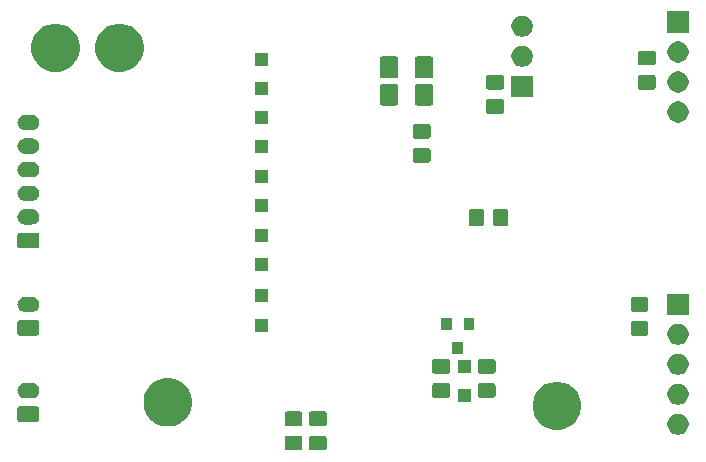
<source format=gbr>
G04 #@! TF.GenerationSoftware,KiCad,Pcbnew,5.1.5-52549c5~84~ubuntu18.04.1*
G04 #@! TF.CreationDate,2020-01-08T12:56:45+02:00*
G04 #@! TF.ProjectId,bq76920,62713736-3932-4302-9e6b-696361645f70,rev?*
G04 #@! TF.SameCoordinates,Original*
G04 #@! TF.FileFunction,Soldermask,Bot*
G04 #@! TF.FilePolarity,Negative*
%FSLAX46Y46*%
G04 Gerber Fmt 4.6, Leading zero omitted, Abs format (unit mm)*
G04 Created by KiCad (PCBNEW 5.1.5-52549c5~84~ubuntu18.04.1) date 2020-01-08 12:56:45*
%MOMM*%
%LPD*%
G04 APERTURE LIST*
%ADD10C,0.100000*%
G04 APERTURE END LIST*
D10*
G36*
X47288674Y-57828465D02*
G01*
X47326367Y-57839899D01*
X47361103Y-57858466D01*
X47391548Y-57883452D01*
X47416534Y-57913897D01*
X47435101Y-57948633D01*
X47446535Y-57986326D01*
X47451000Y-58031661D01*
X47451000Y-58868339D01*
X47446535Y-58913674D01*
X47435101Y-58951367D01*
X47416534Y-58986103D01*
X47391548Y-59016548D01*
X47361103Y-59041534D01*
X47326367Y-59060101D01*
X47288674Y-59071535D01*
X47243339Y-59076000D01*
X46156661Y-59076000D01*
X46111326Y-59071535D01*
X46073633Y-59060101D01*
X46038897Y-59041534D01*
X46008452Y-59016548D01*
X45983466Y-58986103D01*
X45964899Y-58951367D01*
X45953465Y-58913674D01*
X45949000Y-58868339D01*
X45949000Y-58031661D01*
X45953465Y-57986326D01*
X45964899Y-57948633D01*
X45983466Y-57913897D01*
X46008452Y-57883452D01*
X46038897Y-57858466D01*
X46073633Y-57839899D01*
X46111326Y-57828465D01*
X46156661Y-57824000D01*
X47243339Y-57824000D01*
X47288674Y-57828465D01*
G37*
G36*
X45238674Y-57828465D02*
G01*
X45276367Y-57839899D01*
X45311103Y-57858466D01*
X45341548Y-57883452D01*
X45366534Y-57913897D01*
X45385101Y-57948633D01*
X45396535Y-57986326D01*
X45401000Y-58031661D01*
X45401000Y-58868339D01*
X45396535Y-58913674D01*
X45385101Y-58951367D01*
X45366534Y-58986103D01*
X45341548Y-59016548D01*
X45311103Y-59041534D01*
X45276367Y-59060101D01*
X45238674Y-59071535D01*
X45193339Y-59076000D01*
X44106661Y-59076000D01*
X44061326Y-59071535D01*
X44023633Y-59060101D01*
X43988897Y-59041534D01*
X43958452Y-59016548D01*
X43933466Y-58986103D01*
X43914899Y-58951367D01*
X43903465Y-58913674D01*
X43899000Y-58868339D01*
X43899000Y-58031661D01*
X43903465Y-57986326D01*
X43914899Y-57948633D01*
X43933466Y-57913897D01*
X43958452Y-57883452D01*
X43988897Y-57858466D01*
X44023633Y-57839899D01*
X44061326Y-57828465D01*
X44106661Y-57824000D01*
X45193339Y-57824000D01*
X45238674Y-57828465D01*
G37*
G36*
X77313512Y-55963927D02*
G01*
X77462812Y-55993624D01*
X77626784Y-56061544D01*
X77774354Y-56160147D01*
X77899853Y-56285646D01*
X77998456Y-56433216D01*
X78066376Y-56597188D01*
X78101000Y-56771259D01*
X78101000Y-56948741D01*
X78066376Y-57122812D01*
X77998456Y-57286784D01*
X77899853Y-57434354D01*
X77774354Y-57559853D01*
X77626784Y-57658456D01*
X77462812Y-57726376D01*
X77313512Y-57756073D01*
X77288742Y-57761000D01*
X77111258Y-57761000D01*
X77086488Y-57756073D01*
X76937188Y-57726376D01*
X76773216Y-57658456D01*
X76625646Y-57559853D01*
X76500147Y-57434354D01*
X76401544Y-57286784D01*
X76333624Y-57122812D01*
X76299000Y-56948741D01*
X76299000Y-56771259D01*
X76333624Y-56597188D01*
X76401544Y-56433216D01*
X76500147Y-56285646D01*
X76625646Y-56160147D01*
X76773216Y-56061544D01*
X76937188Y-55993624D01*
X77086488Y-55963927D01*
X77111258Y-55959000D01*
X77288742Y-55959000D01*
X77313512Y-55963927D01*
G37*
G36*
X67548254Y-53327818D02*
G01*
X67921511Y-53482426D01*
X67921513Y-53482427D01*
X68257436Y-53706884D01*
X68543116Y-53992564D01*
X68702607Y-54231258D01*
X68767574Y-54328489D01*
X68922182Y-54701746D01*
X69001000Y-55097993D01*
X69001000Y-55502007D01*
X68922182Y-55898254D01*
X68882678Y-55993624D01*
X68767573Y-56271513D01*
X68543116Y-56607436D01*
X68257436Y-56893116D01*
X67921513Y-57117573D01*
X67921512Y-57117574D01*
X67921511Y-57117574D01*
X67548254Y-57272182D01*
X67152007Y-57351000D01*
X66747993Y-57351000D01*
X66351746Y-57272182D01*
X65978489Y-57117574D01*
X65978488Y-57117574D01*
X65978487Y-57117573D01*
X65642564Y-56893116D01*
X65356884Y-56607436D01*
X65132427Y-56271513D01*
X65017322Y-55993624D01*
X64977818Y-55898254D01*
X64899000Y-55502007D01*
X64899000Y-55097993D01*
X64977818Y-54701746D01*
X65132426Y-54328489D01*
X65197394Y-54231258D01*
X65356884Y-53992564D01*
X65642564Y-53706884D01*
X65978487Y-53482427D01*
X65978489Y-53482426D01*
X66351746Y-53327818D01*
X66747993Y-53249000D01*
X67152007Y-53249000D01*
X67548254Y-53327818D01*
G37*
G36*
X34598254Y-53027818D02*
G01*
X34971511Y-53182426D01*
X34971513Y-53182427D01*
X35307436Y-53406884D01*
X35593116Y-53692564D01*
X35798539Y-54000000D01*
X35817574Y-54028489D01*
X35972182Y-54401746D01*
X36051000Y-54797993D01*
X36051000Y-55202007D01*
X35972182Y-55598254D01*
X35847761Y-55898633D01*
X35817573Y-55971513D01*
X35593116Y-56307436D01*
X35307436Y-56593116D01*
X34971513Y-56817573D01*
X34971512Y-56817574D01*
X34971511Y-56817574D01*
X34598254Y-56972182D01*
X34202007Y-57051000D01*
X33797993Y-57051000D01*
X33401746Y-56972182D01*
X33028489Y-56817574D01*
X33028488Y-56817574D01*
X33028487Y-56817573D01*
X32692564Y-56593116D01*
X32406884Y-56307436D01*
X32182427Y-55971513D01*
X32152239Y-55898633D01*
X32027818Y-55598254D01*
X31949000Y-55202007D01*
X31949000Y-54797993D01*
X32027818Y-54401746D01*
X32182426Y-54028489D01*
X32201462Y-54000000D01*
X32406884Y-53692564D01*
X32692564Y-53406884D01*
X33028487Y-53182427D01*
X33028489Y-53182426D01*
X33401746Y-53027818D01*
X33797993Y-52949000D01*
X34202007Y-52949000D01*
X34598254Y-53027818D01*
G37*
G36*
X47288674Y-55778465D02*
G01*
X47326367Y-55789899D01*
X47361103Y-55808466D01*
X47391548Y-55833452D01*
X47416534Y-55863897D01*
X47435101Y-55898633D01*
X47446535Y-55936326D01*
X47451000Y-55981661D01*
X47451000Y-56818339D01*
X47446535Y-56863674D01*
X47435101Y-56901367D01*
X47416534Y-56936103D01*
X47391548Y-56966548D01*
X47361103Y-56991534D01*
X47326367Y-57010101D01*
X47288674Y-57021535D01*
X47243339Y-57026000D01*
X46156661Y-57026000D01*
X46111326Y-57021535D01*
X46073633Y-57010101D01*
X46038897Y-56991534D01*
X46008452Y-56966548D01*
X45983466Y-56936103D01*
X45964899Y-56901367D01*
X45953465Y-56863674D01*
X45949000Y-56818339D01*
X45949000Y-55981661D01*
X45953465Y-55936326D01*
X45964899Y-55898633D01*
X45983466Y-55863897D01*
X46008452Y-55833452D01*
X46038897Y-55808466D01*
X46073633Y-55789899D01*
X46111326Y-55778465D01*
X46156661Y-55774000D01*
X47243339Y-55774000D01*
X47288674Y-55778465D01*
G37*
G36*
X45238674Y-55778465D02*
G01*
X45276367Y-55789899D01*
X45311103Y-55808466D01*
X45341548Y-55833452D01*
X45366534Y-55863897D01*
X45385101Y-55898633D01*
X45396535Y-55936326D01*
X45401000Y-55981661D01*
X45401000Y-56818339D01*
X45396535Y-56863674D01*
X45385101Y-56901367D01*
X45366534Y-56936103D01*
X45341548Y-56966548D01*
X45311103Y-56991534D01*
X45276367Y-57010101D01*
X45238674Y-57021535D01*
X45193339Y-57026000D01*
X44106661Y-57026000D01*
X44061326Y-57021535D01*
X44023633Y-57010101D01*
X43988897Y-56991534D01*
X43958452Y-56966548D01*
X43933466Y-56936103D01*
X43914899Y-56901367D01*
X43903465Y-56863674D01*
X43899000Y-56818339D01*
X43899000Y-55981661D01*
X43903465Y-55936326D01*
X43914899Y-55898633D01*
X43933466Y-55863897D01*
X43958452Y-55833452D01*
X43988897Y-55808466D01*
X44023633Y-55789899D01*
X44061326Y-55778465D01*
X44106661Y-55774000D01*
X45193339Y-55774000D01*
X45238674Y-55778465D01*
G37*
G36*
X22966242Y-55353404D02*
G01*
X23003337Y-55364657D01*
X23037515Y-55382925D01*
X23067481Y-55407519D01*
X23092075Y-55437485D01*
X23110343Y-55471663D01*
X23121596Y-55508758D01*
X23126000Y-55553474D01*
X23126000Y-56446526D01*
X23121596Y-56491242D01*
X23110343Y-56528337D01*
X23092075Y-56562515D01*
X23067481Y-56592481D01*
X23037515Y-56617075D01*
X23003337Y-56635343D01*
X22966242Y-56646596D01*
X22921526Y-56651000D01*
X21478474Y-56651000D01*
X21433758Y-56646596D01*
X21396663Y-56635343D01*
X21362485Y-56617075D01*
X21332519Y-56592481D01*
X21307925Y-56562515D01*
X21289657Y-56528337D01*
X21278404Y-56491242D01*
X21274000Y-56446526D01*
X21274000Y-55553474D01*
X21278404Y-55508758D01*
X21289657Y-55471663D01*
X21307925Y-55437485D01*
X21332519Y-55407519D01*
X21362485Y-55382925D01*
X21396663Y-55364657D01*
X21433758Y-55353404D01*
X21478474Y-55349000D01*
X22921526Y-55349000D01*
X22966242Y-55353404D01*
G37*
G36*
X77313512Y-53423927D02*
G01*
X77462812Y-53453624D01*
X77626784Y-53521544D01*
X77774354Y-53620147D01*
X77899853Y-53745646D01*
X77998456Y-53893216D01*
X78066376Y-54057188D01*
X78101000Y-54231259D01*
X78101000Y-54408741D01*
X78066376Y-54582812D01*
X77998456Y-54746784D01*
X77899853Y-54894354D01*
X77774354Y-55019853D01*
X77626784Y-55118456D01*
X77462812Y-55186376D01*
X77313512Y-55216073D01*
X77288742Y-55221000D01*
X77111258Y-55221000D01*
X77086488Y-55216073D01*
X76937188Y-55186376D01*
X76773216Y-55118456D01*
X76625646Y-55019853D01*
X76500147Y-54894354D01*
X76401544Y-54746784D01*
X76333624Y-54582812D01*
X76299000Y-54408741D01*
X76299000Y-54231259D01*
X76333624Y-54057188D01*
X76401544Y-53893216D01*
X76500147Y-53745646D01*
X76625646Y-53620147D01*
X76773216Y-53521544D01*
X76937188Y-53453624D01*
X77086488Y-53423927D01*
X77111258Y-53419000D01*
X77288742Y-53419000D01*
X77313512Y-53423927D01*
G37*
G36*
X59651000Y-55001000D02*
G01*
X58549000Y-55001000D01*
X58549000Y-53899000D01*
X59651000Y-53899000D01*
X59651000Y-55001000D01*
G37*
G36*
X22538855Y-53352140D02*
G01*
X22602618Y-53358420D01*
X22668697Y-53378465D01*
X22725336Y-53395646D01*
X22838425Y-53456094D01*
X22937554Y-53537446D01*
X23018906Y-53636575D01*
X23079354Y-53749664D01*
X23079355Y-53749668D01*
X23116580Y-53872382D01*
X23129149Y-54000000D01*
X23116580Y-54127618D01*
X23089040Y-54218404D01*
X23079354Y-54250336D01*
X23018906Y-54363425D01*
X22937554Y-54462554D01*
X22838425Y-54543906D01*
X22725336Y-54604354D01*
X22706390Y-54610101D01*
X22602618Y-54641580D01*
X22538855Y-54647860D01*
X22506974Y-54651000D01*
X21893026Y-54651000D01*
X21861145Y-54647860D01*
X21797382Y-54641580D01*
X21693610Y-54610101D01*
X21674664Y-54604354D01*
X21561575Y-54543906D01*
X21462446Y-54462554D01*
X21381094Y-54363425D01*
X21320646Y-54250336D01*
X21310960Y-54218404D01*
X21283420Y-54127618D01*
X21270851Y-54000000D01*
X21283420Y-53872382D01*
X21320645Y-53749668D01*
X21320646Y-53749664D01*
X21381094Y-53636575D01*
X21462446Y-53537446D01*
X21561575Y-53456094D01*
X21674664Y-53395646D01*
X21731303Y-53378465D01*
X21797382Y-53358420D01*
X21861145Y-53352140D01*
X21893026Y-53349000D01*
X22506974Y-53349000D01*
X22538855Y-53352140D01*
G37*
G36*
X61588674Y-53378465D02*
G01*
X61626367Y-53389899D01*
X61661103Y-53408466D01*
X61691548Y-53433452D01*
X61716534Y-53463897D01*
X61735101Y-53498633D01*
X61746535Y-53536326D01*
X61751000Y-53581661D01*
X61751000Y-54418339D01*
X61746535Y-54463674D01*
X61735101Y-54501367D01*
X61716534Y-54536103D01*
X61691548Y-54566548D01*
X61661103Y-54591534D01*
X61626367Y-54610101D01*
X61588674Y-54621535D01*
X61543339Y-54626000D01*
X60456661Y-54626000D01*
X60411326Y-54621535D01*
X60373633Y-54610101D01*
X60338897Y-54591534D01*
X60308452Y-54566548D01*
X60283466Y-54536103D01*
X60264899Y-54501367D01*
X60253465Y-54463674D01*
X60249000Y-54418339D01*
X60249000Y-53581661D01*
X60253465Y-53536326D01*
X60264899Y-53498633D01*
X60283466Y-53463897D01*
X60308452Y-53433452D01*
X60338897Y-53408466D01*
X60373633Y-53389899D01*
X60411326Y-53378465D01*
X60456661Y-53374000D01*
X61543339Y-53374000D01*
X61588674Y-53378465D01*
G37*
G36*
X57738674Y-53378465D02*
G01*
X57776367Y-53389899D01*
X57811103Y-53408466D01*
X57841548Y-53433452D01*
X57866534Y-53463897D01*
X57885101Y-53498633D01*
X57896535Y-53536326D01*
X57901000Y-53581661D01*
X57901000Y-54418339D01*
X57896535Y-54463674D01*
X57885101Y-54501367D01*
X57866534Y-54536103D01*
X57841548Y-54566548D01*
X57811103Y-54591534D01*
X57776367Y-54610101D01*
X57738674Y-54621535D01*
X57693339Y-54626000D01*
X56606661Y-54626000D01*
X56561326Y-54621535D01*
X56523633Y-54610101D01*
X56488897Y-54591534D01*
X56458452Y-54566548D01*
X56433466Y-54536103D01*
X56414899Y-54501367D01*
X56403465Y-54463674D01*
X56399000Y-54418339D01*
X56399000Y-53581661D01*
X56403465Y-53536326D01*
X56414899Y-53498633D01*
X56433466Y-53463897D01*
X56458452Y-53433452D01*
X56488897Y-53408466D01*
X56523633Y-53389899D01*
X56561326Y-53378465D01*
X56606661Y-53374000D01*
X57693339Y-53374000D01*
X57738674Y-53378465D01*
G37*
G36*
X77313512Y-50883927D02*
G01*
X77462812Y-50913624D01*
X77626784Y-50981544D01*
X77774354Y-51080147D01*
X77899853Y-51205646D01*
X77998456Y-51353216D01*
X78066376Y-51517188D01*
X78101000Y-51691259D01*
X78101000Y-51868741D01*
X78066376Y-52042812D01*
X77998456Y-52206784D01*
X77899853Y-52354354D01*
X77774354Y-52479853D01*
X77626784Y-52578456D01*
X77462812Y-52646376D01*
X77313512Y-52676073D01*
X77288742Y-52681000D01*
X77111258Y-52681000D01*
X77086488Y-52676073D01*
X76937188Y-52646376D01*
X76773216Y-52578456D01*
X76625646Y-52479853D01*
X76500147Y-52354354D01*
X76401544Y-52206784D01*
X76333624Y-52042812D01*
X76299000Y-51868741D01*
X76299000Y-51691259D01*
X76333624Y-51517188D01*
X76401544Y-51353216D01*
X76500147Y-51205646D01*
X76625646Y-51080147D01*
X76773216Y-50981544D01*
X76937188Y-50913624D01*
X77086488Y-50883927D01*
X77111258Y-50879000D01*
X77288742Y-50879000D01*
X77313512Y-50883927D01*
G37*
G36*
X61588674Y-51328465D02*
G01*
X61626367Y-51339899D01*
X61661103Y-51358466D01*
X61691548Y-51383452D01*
X61716534Y-51413897D01*
X61735101Y-51448633D01*
X61746535Y-51486326D01*
X61751000Y-51531661D01*
X61751000Y-52368339D01*
X61746535Y-52413674D01*
X61735101Y-52451367D01*
X61716534Y-52486103D01*
X61691548Y-52516548D01*
X61661103Y-52541534D01*
X61626367Y-52560101D01*
X61588674Y-52571535D01*
X61543339Y-52576000D01*
X60456661Y-52576000D01*
X60411326Y-52571535D01*
X60373633Y-52560101D01*
X60338897Y-52541534D01*
X60308452Y-52516548D01*
X60283466Y-52486103D01*
X60264899Y-52451367D01*
X60253465Y-52413674D01*
X60249000Y-52368339D01*
X60249000Y-51531661D01*
X60253465Y-51486326D01*
X60264899Y-51448633D01*
X60283466Y-51413897D01*
X60308452Y-51383452D01*
X60338897Y-51358466D01*
X60373633Y-51339899D01*
X60411326Y-51328465D01*
X60456661Y-51324000D01*
X61543339Y-51324000D01*
X61588674Y-51328465D01*
G37*
G36*
X57738674Y-51328465D02*
G01*
X57776367Y-51339899D01*
X57811103Y-51358466D01*
X57841548Y-51383452D01*
X57866534Y-51413897D01*
X57885101Y-51448633D01*
X57896535Y-51486326D01*
X57901000Y-51531661D01*
X57901000Y-52368339D01*
X57896535Y-52413674D01*
X57885101Y-52451367D01*
X57866534Y-52486103D01*
X57841548Y-52516548D01*
X57811103Y-52541534D01*
X57776367Y-52560101D01*
X57738674Y-52571535D01*
X57693339Y-52576000D01*
X56606661Y-52576000D01*
X56561326Y-52571535D01*
X56523633Y-52560101D01*
X56488897Y-52541534D01*
X56458452Y-52516548D01*
X56433466Y-52486103D01*
X56414899Y-52451367D01*
X56403465Y-52413674D01*
X56399000Y-52368339D01*
X56399000Y-51531661D01*
X56403465Y-51486326D01*
X56414899Y-51448633D01*
X56433466Y-51413897D01*
X56458452Y-51383452D01*
X56488897Y-51358466D01*
X56523633Y-51339899D01*
X56561326Y-51328465D01*
X56606661Y-51324000D01*
X57693339Y-51324000D01*
X57738674Y-51328465D01*
G37*
G36*
X59651000Y-52501000D02*
G01*
X58549000Y-52501000D01*
X58549000Y-51399000D01*
X59651000Y-51399000D01*
X59651000Y-52501000D01*
G37*
G36*
X59001000Y-50901000D02*
G01*
X58099000Y-50901000D01*
X58099000Y-49899000D01*
X59001000Y-49899000D01*
X59001000Y-50901000D01*
G37*
G36*
X77309228Y-48343075D02*
G01*
X77462812Y-48373624D01*
X77626784Y-48441544D01*
X77774354Y-48540147D01*
X77899853Y-48665646D01*
X77998456Y-48813216D01*
X78066376Y-48977188D01*
X78101000Y-49151259D01*
X78101000Y-49328741D01*
X78066376Y-49502812D01*
X77998456Y-49666784D01*
X77899853Y-49814354D01*
X77774354Y-49939853D01*
X77626784Y-50038456D01*
X77462812Y-50106376D01*
X77313512Y-50136073D01*
X77288742Y-50141000D01*
X77111258Y-50141000D01*
X77086488Y-50136073D01*
X76937188Y-50106376D01*
X76773216Y-50038456D01*
X76625646Y-49939853D01*
X76500147Y-49814354D01*
X76401544Y-49666784D01*
X76333624Y-49502812D01*
X76299000Y-49328741D01*
X76299000Y-49151259D01*
X76333624Y-48977188D01*
X76401544Y-48813216D01*
X76500147Y-48665646D01*
X76625646Y-48540147D01*
X76773216Y-48441544D01*
X76937188Y-48373624D01*
X77090772Y-48343075D01*
X77111258Y-48339000D01*
X77288742Y-48339000D01*
X77309228Y-48343075D01*
G37*
G36*
X74538674Y-48128465D02*
G01*
X74576367Y-48139899D01*
X74611103Y-48158466D01*
X74641548Y-48183452D01*
X74666534Y-48213897D01*
X74685101Y-48248633D01*
X74696535Y-48286326D01*
X74701000Y-48331661D01*
X74701000Y-49168339D01*
X74696535Y-49213674D01*
X74685101Y-49251367D01*
X74666534Y-49286103D01*
X74641548Y-49316548D01*
X74611103Y-49341534D01*
X74576367Y-49360101D01*
X74538674Y-49371535D01*
X74493339Y-49376000D01*
X73406661Y-49376000D01*
X73361326Y-49371535D01*
X73323633Y-49360101D01*
X73288897Y-49341534D01*
X73258452Y-49316548D01*
X73233466Y-49286103D01*
X73214899Y-49251367D01*
X73203465Y-49213674D01*
X73199000Y-49168339D01*
X73199000Y-48331661D01*
X73203465Y-48286326D01*
X73214899Y-48248633D01*
X73233466Y-48213897D01*
X73258452Y-48183452D01*
X73288897Y-48158466D01*
X73323633Y-48139899D01*
X73361326Y-48128465D01*
X73406661Y-48124000D01*
X74493339Y-48124000D01*
X74538674Y-48128465D01*
G37*
G36*
X22966242Y-48053404D02*
G01*
X23003337Y-48064657D01*
X23037515Y-48082925D01*
X23067481Y-48107519D01*
X23092075Y-48137485D01*
X23110343Y-48171663D01*
X23121596Y-48208758D01*
X23126000Y-48253474D01*
X23126000Y-49146526D01*
X23121596Y-49191242D01*
X23110343Y-49228337D01*
X23092075Y-49262515D01*
X23067481Y-49292481D01*
X23037515Y-49317075D01*
X23003337Y-49335343D01*
X22966242Y-49346596D01*
X22921526Y-49351000D01*
X21478474Y-49351000D01*
X21433758Y-49346596D01*
X21396663Y-49335343D01*
X21362485Y-49317075D01*
X21332519Y-49292481D01*
X21307925Y-49262515D01*
X21289657Y-49228337D01*
X21278404Y-49191242D01*
X21274000Y-49146526D01*
X21274000Y-48253474D01*
X21278404Y-48208758D01*
X21289657Y-48171663D01*
X21307925Y-48137485D01*
X21332519Y-48107519D01*
X21362485Y-48082925D01*
X21396663Y-48064657D01*
X21433758Y-48053404D01*
X21478474Y-48049000D01*
X22921526Y-48049000D01*
X22966242Y-48053404D01*
G37*
G36*
X42451000Y-49051000D02*
G01*
X41349000Y-49051000D01*
X41349000Y-47949000D01*
X42451000Y-47949000D01*
X42451000Y-49051000D01*
G37*
G36*
X58051000Y-48901000D02*
G01*
X57149000Y-48901000D01*
X57149000Y-47899000D01*
X58051000Y-47899000D01*
X58051000Y-48901000D01*
G37*
G36*
X59951000Y-48901000D02*
G01*
X59049000Y-48901000D01*
X59049000Y-47899000D01*
X59951000Y-47899000D01*
X59951000Y-48901000D01*
G37*
G36*
X78101000Y-47601000D02*
G01*
X76299000Y-47601000D01*
X76299000Y-45799000D01*
X78101000Y-45799000D01*
X78101000Y-47601000D01*
G37*
G36*
X22538855Y-46052140D02*
G01*
X22602618Y-46058420D01*
X22668697Y-46078465D01*
X22725336Y-46095646D01*
X22838425Y-46156094D01*
X22937554Y-46237446D01*
X23018906Y-46336575D01*
X23079354Y-46449664D01*
X23079355Y-46449668D01*
X23116580Y-46572382D01*
X23129149Y-46700000D01*
X23116580Y-46827618D01*
X23089040Y-46918404D01*
X23079354Y-46950336D01*
X23018906Y-47063425D01*
X22937554Y-47162554D01*
X22838425Y-47243906D01*
X22725336Y-47304354D01*
X22706390Y-47310101D01*
X22602618Y-47341580D01*
X22538855Y-47347860D01*
X22506974Y-47351000D01*
X21893026Y-47351000D01*
X21861145Y-47347860D01*
X21797382Y-47341580D01*
X21693610Y-47310101D01*
X21674664Y-47304354D01*
X21561575Y-47243906D01*
X21462446Y-47162554D01*
X21381094Y-47063425D01*
X21320646Y-46950336D01*
X21310960Y-46918404D01*
X21283420Y-46827618D01*
X21270851Y-46700000D01*
X21283420Y-46572382D01*
X21320645Y-46449668D01*
X21320646Y-46449664D01*
X21381094Y-46336575D01*
X21462446Y-46237446D01*
X21561575Y-46156094D01*
X21674664Y-46095646D01*
X21731303Y-46078465D01*
X21797382Y-46058420D01*
X21861145Y-46052140D01*
X21893026Y-46049000D01*
X22506974Y-46049000D01*
X22538855Y-46052140D01*
G37*
G36*
X74538674Y-46078465D02*
G01*
X74576367Y-46089899D01*
X74611103Y-46108466D01*
X74641548Y-46133452D01*
X74666534Y-46163897D01*
X74685101Y-46198633D01*
X74696535Y-46236326D01*
X74701000Y-46281661D01*
X74701000Y-47118339D01*
X74696535Y-47163674D01*
X74685101Y-47201367D01*
X74666534Y-47236103D01*
X74641548Y-47266548D01*
X74611103Y-47291534D01*
X74576367Y-47310101D01*
X74538674Y-47321535D01*
X74493339Y-47326000D01*
X73406661Y-47326000D01*
X73361326Y-47321535D01*
X73323633Y-47310101D01*
X73288897Y-47291534D01*
X73258452Y-47266548D01*
X73233466Y-47236103D01*
X73214899Y-47201367D01*
X73203465Y-47163674D01*
X73199000Y-47118339D01*
X73199000Y-46281661D01*
X73203465Y-46236326D01*
X73214899Y-46198633D01*
X73233466Y-46163897D01*
X73258452Y-46133452D01*
X73288897Y-46108466D01*
X73323633Y-46089899D01*
X73361326Y-46078465D01*
X73406661Y-46074000D01*
X74493339Y-46074000D01*
X74538674Y-46078465D01*
G37*
G36*
X42451000Y-46551000D02*
G01*
X41349000Y-46551000D01*
X41349000Y-45449000D01*
X42451000Y-45449000D01*
X42451000Y-46551000D01*
G37*
G36*
X42451000Y-43901000D02*
G01*
X41349000Y-43901000D01*
X41349000Y-42799000D01*
X42451000Y-42799000D01*
X42451000Y-43901000D01*
G37*
G36*
X22966242Y-40653404D02*
G01*
X23003337Y-40664657D01*
X23037515Y-40682925D01*
X23067481Y-40707519D01*
X23092075Y-40737485D01*
X23110343Y-40771663D01*
X23121596Y-40808758D01*
X23126000Y-40853474D01*
X23126000Y-41746526D01*
X23121596Y-41791242D01*
X23110343Y-41828337D01*
X23092075Y-41862515D01*
X23067481Y-41892481D01*
X23037515Y-41917075D01*
X23003337Y-41935343D01*
X22966242Y-41946596D01*
X22921526Y-41951000D01*
X21478474Y-41951000D01*
X21433758Y-41946596D01*
X21396663Y-41935343D01*
X21362485Y-41917075D01*
X21332519Y-41892481D01*
X21307925Y-41862515D01*
X21289657Y-41828337D01*
X21278404Y-41791242D01*
X21274000Y-41746526D01*
X21274000Y-40853474D01*
X21278404Y-40808758D01*
X21289657Y-40771663D01*
X21307925Y-40737485D01*
X21332519Y-40707519D01*
X21362485Y-40682925D01*
X21396663Y-40664657D01*
X21433758Y-40653404D01*
X21478474Y-40649000D01*
X22921526Y-40649000D01*
X22966242Y-40653404D01*
G37*
G36*
X42451000Y-41401000D02*
G01*
X41349000Y-41401000D01*
X41349000Y-40299000D01*
X42451000Y-40299000D01*
X42451000Y-41401000D01*
G37*
G36*
X62638674Y-38603465D02*
G01*
X62676367Y-38614899D01*
X62711103Y-38633466D01*
X62741548Y-38658452D01*
X62766534Y-38688897D01*
X62785101Y-38723633D01*
X62796535Y-38761326D01*
X62801000Y-38806661D01*
X62801000Y-39893339D01*
X62796535Y-39938674D01*
X62785101Y-39976367D01*
X62766534Y-40011103D01*
X62741548Y-40041548D01*
X62711103Y-40066534D01*
X62676367Y-40085101D01*
X62638674Y-40096535D01*
X62593339Y-40101000D01*
X61756661Y-40101000D01*
X61711326Y-40096535D01*
X61673633Y-40085101D01*
X61638897Y-40066534D01*
X61608452Y-40041548D01*
X61583466Y-40011103D01*
X61564899Y-39976367D01*
X61553465Y-39938674D01*
X61549000Y-39893339D01*
X61549000Y-38806661D01*
X61553465Y-38761326D01*
X61564899Y-38723633D01*
X61583466Y-38688897D01*
X61608452Y-38658452D01*
X61638897Y-38633466D01*
X61673633Y-38614899D01*
X61711326Y-38603465D01*
X61756661Y-38599000D01*
X62593339Y-38599000D01*
X62638674Y-38603465D01*
G37*
G36*
X60588674Y-38603465D02*
G01*
X60626367Y-38614899D01*
X60661103Y-38633466D01*
X60691548Y-38658452D01*
X60716534Y-38688897D01*
X60735101Y-38723633D01*
X60746535Y-38761326D01*
X60751000Y-38806661D01*
X60751000Y-39893339D01*
X60746535Y-39938674D01*
X60735101Y-39976367D01*
X60716534Y-40011103D01*
X60691548Y-40041548D01*
X60661103Y-40066534D01*
X60626367Y-40085101D01*
X60588674Y-40096535D01*
X60543339Y-40101000D01*
X59706661Y-40101000D01*
X59661326Y-40096535D01*
X59623633Y-40085101D01*
X59588897Y-40066534D01*
X59558452Y-40041548D01*
X59533466Y-40011103D01*
X59514899Y-39976367D01*
X59503465Y-39938674D01*
X59499000Y-39893339D01*
X59499000Y-38806661D01*
X59503465Y-38761326D01*
X59514899Y-38723633D01*
X59533466Y-38688897D01*
X59558452Y-38658452D01*
X59588897Y-38633466D01*
X59623633Y-38614899D01*
X59661326Y-38603465D01*
X59706661Y-38599000D01*
X60543339Y-38599000D01*
X60588674Y-38603465D01*
G37*
G36*
X22538855Y-38652140D02*
G01*
X22602618Y-38658420D01*
X22669531Y-38678718D01*
X22725336Y-38695646D01*
X22838425Y-38756094D01*
X22937554Y-38837446D01*
X23018906Y-38936575D01*
X23079354Y-39049664D01*
X23079355Y-39049668D01*
X23116580Y-39172382D01*
X23129149Y-39300000D01*
X23116580Y-39427618D01*
X23089040Y-39518404D01*
X23079354Y-39550336D01*
X23018906Y-39663425D01*
X22937554Y-39762554D01*
X22838425Y-39843906D01*
X22725336Y-39904354D01*
X22693404Y-39914040D01*
X22602618Y-39941580D01*
X22538855Y-39947860D01*
X22506974Y-39951000D01*
X21893026Y-39951000D01*
X21861145Y-39947860D01*
X21797382Y-39941580D01*
X21706596Y-39914040D01*
X21674664Y-39904354D01*
X21561575Y-39843906D01*
X21462446Y-39762554D01*
X21381094Y-39663425D01*
X21320646Y-39550336D01*
X21310960Y-39518404D01*
X21283420Y-39427618D01*
X21270851Y-39300000D01*
X21283420Y-39172382D01*
X21320645Y-39049668D01*
X21320646Y-39049664D01*
X21381094Y-38936575D01*
X21462446Y-38837446D01*
X21561575Y-38756094D01*
X21674664Y-38695646D01*
X21730469Y-38678718D01*
X21797382Y-38658420D01*
X21861145Y-38652140D01*
X21893026Y-38649000D01*
X22506974Y-38649000D01*
X22538855Y-38652140D01*
G37*
G36*
X42451000Y-38901000D02*
G01*
X41349000Y-38901000D01*
X41349000Y-37799000D01*
X42451000Y-37799000D01*
X42451000Y-38901000D01*
G37*
G36*
X22538855Y-36652140D02*
G01*
X22602618Y-36658420D01*
X22693404Y-36685960D01*
X22725336Y-36695646D01*
X22838425Y-36756094D01*
X22937554Y-36837446D01*
X23018906Y-36936575D01*
X23079354Y-37049664D01*
X23079355Y-37049668D01*
X23116580Y-37172382D01*
X23129149Y-37300000D01*
X23116580Y-37427618D01*
X23089040Y-37518404D01*
X23079354Y-37550336D01*
X23018906Y-37663425D01*
X22937554Y-37762554D01*
X22838425Y-37843906D01*
X22725336Y-37904354D01*
X22693404Y-37914040D01*
X22602618Y-37941580D01*
X22538855Y-37947860D01*
X22506974Y-37951000D01*
X21893026Y-37951000D01*
X21861145Y-37947860D01*
X21797382Y-37941580D01*
X21706596Y-37914040D01*
X21674664Y-37904354D01*
X21561575Y-37843906D01*
X21462446Y-37762554D01*
X21381094Y-37663425D01*
X21320646Y-37550336D01*
X21310960Y-37518404D01*
X21283420Y-37427618D01*
X21270851Y-37300000D01*
X21283420Y-37172382D01*
X21320645Y-37049668D01*
X21320646Y-37049664D01*
X21381094Y-36936575D01*
X21462446Y-36837446D01*
X21561575Y-36756094D01*
X21674664Y-36695646D01*
X21706596Y-36685960D01*
X21797382Y-36658420D01*
X21861145Y-36652140D01*
X21893026Y-36649000D01*
X22506974Y-36649000D01*
X22538855Y-36652140D01*
G37*
G36*
X42451000Y-36401000D02*
G01*
X41349000Y-36401000D01*
X41349000Y-35299000D01*
X42451000Y-35299000D01*
X42451000Y-36401000D01*
G37*
G36*
X22538855Y-34652140D02*
G01*
X22602618Y-34658420D01*
X22674189Y-34680131D01*
X22725336Y-34695646D01*
X22838425Y-34756094D01*
X22937554Y-34837446D01*
X23018906Y-34936575D01*
X23079354Y-35049664D01*
X23079355Y-35049668D01*
X23116580Y-35172382D01*
X23129149Y-35300000D01*
X23116580Y-35427618D01*
X23089040Y-35518404D01*
X23079354Y-35550336D01*
X23018906Y-35663425D01*
X22937554Y-35762554D01*
X22838425Y-35843906D01*
X22725336Y-35904354D01*
X22693404Y-35914040D01*
X22602618Y-35941580D01*
X22538855Y-35947860D01*
X22506974Y-35951000D01*
X21893026Y-35951000D01*
X21861145Y-35947860D01*
X21797382Y-35941580D01*
X21706596Y-35914040D01*
X21674664Y-35904354D01*
X21561575Y-35843906D01*
X21462446Y-35762554D01*
X21381094Y-35663425D01*
X21320646Y-35550336D01*
X21310960Y-35518404D01*
X21283420Y-35427618D01*
X21270851Y-35300000D01*
X21283420Y-35172382D01*
X21320645Y-35049668D01*
X21320646Y-35049664D01*
X21381094Y-34936575D01*
X21462446Y-34837446D01*
X21561575Y-34756094D01*
X21674664Y-34695646D01*
X21725811Y-34680131D01*
X21797382Y-34658420D01*
X21861145Y-34652140D01*
X21893026Y-34649000D01*
X22506974Y-34649000D01*
X22538855Y-34652140D01*
G37*
G36*
X56088674Y-33478465D02*
G01*
X56126367Y-33489899D01*
X56161103Y-33508466D01*
X56191548Y-33533452D01*
X56216534Y-33563897D01*
X56235101Y-33598633D01*
X56246535Y-33636326D01*
X56251000Y-33681661D01*
X56251000Y-34518339D01*
X56246535Y-34563674D01*
X56235101Y-34601367D01*
X56216534Y-34636103D01*
X56191548Y-34666548D01*
X56161103Y-34691534D01*
X56126367Y-34710101D01*
X56088674Y-34721535D01*
X56043339Y-34726000D01*
X54956661Y-34726000D01*
X54911326Y-34721535D01*
X54873633Y-34710101D01*
X54838897Y-34691534D01*
X54808452Y-34666548D01*
X54783466Y-34636103D01*
X54764899Y-34601367D01*
X54753465Y-34563674D01*
X54749000Y-34518339D01*
X54749000Y-33681661D01*
X54753465Y-33636326D01*
X54764899Y-33598633D01*
X54783466Y-33563897D01*
X54808452Y-33533452D01*
X54838897Y-33508466D01*
X54873633Y-33489899D01*
X54911326Y-33478465D01*
X54956661Y-33474000D01*
X56043339Y-33474000D01*
X56088674Y-33478465D01*
G37*
G36*
X22538855Y-32652140D02*
G01*
X22602618Y-32658420D01*
X22660571Y-32676000D01*
X22725336Y-32695646D01*
X22838425Y-32756094D01*
X22937554Y-32837446D01*
X23018906Y-32936575D01*
X23079354Y-33049664D01*
X23079355Y-33049668D01*
X23116580Y-33172382D01*
X23129149Y-33300000D01*
X23116580Y-33427618D01*
X23097687Y-33489899D01*
X23079354Y-33550336D01*
X23018906Y-33663425D01*
X22937554Y-33762554D01*
X22838425Y-33843906D01*
X22725336Y-33904354D01*
X22693404Y-33914040D01*
X22602618Y-33941580D01*
X22538855Y-33947860D01*
X22506974Y-33951000D01*
X21893026Y-33951000D01*
X21861145Y-33947860D01*
X21797382Y-33941580D01*
X21706596Y-33914040D01*
X21674664Y-33904354D01*
X21561575Y-33843906D01*
X21462446Y-33762554D01*
X21381094Y-33663425D01*
X21320646Y-33550336D01*
X21302313Y-33489899D01*
X21283420Y-33427618D01*
X21270851Y-33300000D01*
X21283420Y-33172382D01*
X21320645Y-33049668D01*
X21320646Y-33049664D01*
X21381094Y-32936575D01*
X21462446Y-32837446D01*
X21561575Y-32756094D01*
X21674664Y-32695646D01*
X21739429Y-32676000D01*
X21797382Y-32658420D01*
X21861145Y-32652140D01*
X21893026Y-32649000D01*
X22506974Y-32649000D01*
X22538855Y-32652140D01*
G37*
G36*
X42451000Y-33901000D02*
G01*
X41349000Y-33901000D01*
X41349000Y-32799000D01*
X42451000Y-32799000D01*
X42451000Y-33901000D01*
G37*
G36*
X56088674Y-31428465D02*
G01*
X56126367Y-31439899D01*
X56161103Y-31458466D01*
X56191548Y-31483452D01*
X56216534Y-31513897D01*
X56235101Y-31548633D01*
X56246535Y-31586326D01*
X56251000Y-31631661D01*
X56251000Y-32468339D01*
X56246535Y-32513674D01*
X56235101Y-32551367D01*
X56216534Y-32586103D01*
X56191548Y-32616548D01*
X56161103Y-32641534D01*
X56126367Y-32660101D01*
X56088674Y-32671535D01*
X56043339Y-32676000D01*
X54956661Y-32676000D01*
X54911326Y-32671535D01*
X54873633Y-32660101D01*
X54838897Y-32641534D01*
X54808452Y-32616548D01*
X54783466Y-32586103D01*
X54764899Y-32551367D01*
X54753465Y-32513674D01*
X54749000Y-32468339D01*
X54749000Y-31631661D01*
X54753465Y-31586326D01*
X54764899Y-31548633D01*
X54783466Y-31513897D01*
X54808452Y-31483452D01*
X54838897Y-31458466D01*
X54873633Y-31439899D01*
X54911326Y-31428465D01*
X54956661Y-31424000D01*
X56043339Y-31424000D01*
X56088674Y-31428465D01*
G37*
G36*
X22538855Y-30652140D02*
G01*
X22602618Y-30658420D01*
X22683024Y-30682811D01*
X22725336Y-30695646D01*
X22838425Y-30756094D01*
X22937554Y-30837446D01*
X23018906Y-30936575D01*
X23079354Y-31049664D01*
X23079355Y-31049668D01*
X23116580Y-31172382D01*
X23129149Y-31300000D01*
X23116580Y-31427618D01*
X23107222Y-31458466D01*
X23079354Y-31550336D01*
X23018906Y-31663425D01*
X22937554Y-31762554D01*
X22838425Y-31843906D01*
X22725336Y-31904354D01*
X22693404Y-31914040D01*
X22602618Y-31941580D01*
X22538855Y-31947860D01*
X22506974Y-31951000D01*
X21893026Y-31951000D01*
X21861145Y-31947860D01*
X21797382Y-31941580D01*
X21706596Y-31914040D01*
X21674664Y-31904354D01*
X21561575Y-31843906D01*
X21462446Y-31762554D01*
X21381094Y-31663425D01*
X21320646Y-31550336D01*
X21292778Y-31458466D01*
X21283420Y-31427618D01*
X21270851Y-31300000D01*
X21283420Y-31172382D01*
X21320645Y-31049668D01*
X21320646Y-31049664D01*
X21381094Y-30936575D01*
X21462446Y-30837446D01*
X21561575Y-30756094D01*
X21674664Y-30695646D01*
X21716976Y-30682811D01*
X21797382Y-30658420D01*
X21861145Y-30652140D01*
X21893026Y-30649000D01*
X22506974Y-30649000D01*
X22538855Y-30652140D01*
G37*
G36*
X42451000Y-31401000D02*
G01*
X41349000Y-31401000D01*
X41349000Y-30299000D01*
X42451000Y-30299000D01*
X42451000Y-31401000D01*
G37*
G36*
X77313512Y-29523927D02*
G01*
X77462812Y-29553624D01*
X77626784Y-29621544D01*
X77774354Y-29720147D01*
X77899853Y-29845646D01*
X77998456Y-29993216D01*
X78066376Y-30157188D01*
X78101000Y-30331259D01*
X78101000Y-30508741D01*
X78066376Y-30682812D01*
X77998456Y-30846784D01*
X77899853Y-30994354D01*
X77774354Y-31119853D01*
X77626784Y-31218456D01*
X77462812Y-31286376D01*
X77313512Y-31316073D01*
X77288742Y-31321000D01*
X77111258Y-31321000D01*
X77086488Y-31316073D01*
X76937188Y-31286376D01*
X76773216Y-31218456D01*
X76625646Y-31119853D01*
X76500147Y-30994354D01*
X76401544Y-30846784D01*
X76333624Y-30682812D01*
X76299000Y-30508741D01*
X76299000Y-30331259D01*
X76333624Y-30157188D01*
X76401544Y-29993216D01*
X76500147Y-29845646D01*
X76625646Y-29720147D01*
X76773216Y-29621544D01*
X76937188Y-29553624D01*
X77086488Y-29523927D01*
X77111258Y-29519000D01*
X77288742Y-29519000D01*
X77313512Y-29523927D01*
G37*
G36*
X62288674Y-29328465D02*
G01*
X62326367Y-29339899D01*
X62361103Y-29358466D01*
X62391548Y-29383452D01*
X62416534Y-29413897D01*
X62435101Y-29448633D01*
X62446535Y-29486326D01*
X62451000Y-29531661D01*
X62451000Y-30368339D01*
X62446535Y-30413674D01*
X62435101Y-30451367D01*
X62416534Y-30486103D01*
X62391548Y-30516548D01*
X62361103Y-30541534D01*
X62326367Y-30560101D01*
X62288674Y-30571535D01*
X62243339Y-30576000D01*
X61156661Y-30576000D01*
X61111326Y-30571535D01*
X61073633Y-30560101D01*
X61038897Y-30541534D01*
X61008452Y-30516548D01*
X60983466Y-30486103D01*
X60964899Y-30451367D01*
X60953465Y-30413674D01*
X60949000Y-30368339D01*
X60949000Y-29531661D01*
X60953465Y-29486326D01*
X60964899Y-29448633D01*
X60983466Y-29413897D01*
X61008452Y-29383452D01*
X61038897Y-29358466D01*
X61073633Y-29339899D01*
X61111326Y-29328465D01*
X61156661Y-29324000D01*
X62243339Y-29324000D01*
X62288674Y-29328465D01*
G37*
G36*
X56313062Y-28028181D02*
G01*
X56347981Y-28038774D01*
X56380163Y-28055976D01*
X56408373Y-28079127D01*
X56431524Y-28107337D01*
X56448726Y-28139519D01*
X56459319Y-28174438D01*
X56463500Y-28216895D01*
X56463500Y-29683105D01*
X56459319Y-29725562D01*
X56448726Y-29760481D01*
X56431524Y-29792663D01*
X56408373Y-29820873D01*
X56380163Y-29844024D01*
X56347981Y-29861226D01*
X56313062Y-29871819D01*
X56270605Y-29876000D01*
X55129395Y-29876000D01*
X55086938Y-29871819D01*
X55052019Y-29861226D01*
X55019837Y-29844024D01*
X54991627Y-29820873D01*
X54968476Y-29792663D01*
X54951274Y-29760481D01*
X54940681Y-29725562D01*
X54936500Y-29683105D01*
X54936500Y-28216895D01*
X54940681Y-28174438D01*
X54951274Y-28139519D01*
X54968476Y-28107337D01*
X54991627Y-28079127D01*
X55019837Y-28055976D01*
X55052019Y-28038774D01*
X55086938Y-28028181D01*
X55129395Y-28024000D01*
X56270605Y-28024000D01*
X56313062Y-28028181D01*
G37*
G36*
X53338062Y-28028181D02*
G01*
X53372981Y-28038774D01*
X53405163Y-28055976D01*
X53433373Y-28079127D01*
X53456524Y-28107337D01*
X53473726Y-28139519D01*
X53484319Y-28174438D01*
X53488500Y-28216895D01*
X53488500Y-29683105D01*
X53484319Y-29725562D01*
X53473726Y-29760481D01*
X53456524Y-29792663D01*
X53433373Y-29820873D01*
X53405163Y-29844024D01*
X53372981Y-29861226D01*
X53338062Y-29871819D01*
X53295605Y-29876000D01*
X52154395Y-29876000D01*
X52111938Y-29871819D01*
X52077019Y-29861226D01*
X52044837Y-29844024D01*
X52016627Y-29820873D01*
X51993476Y-29792663D01*
X51976274Y-29760481D01*
X51965681Y-29725562D01*
X51961500Y-29683105D01*
X51961500Y-28216895D01*
X51965681Y-28174438D01*
X51976274Y-28139519D01*
X51993476Y-28107337D01*
X52016627Y-28079127D01*
X52044837Y-28055976D01*
X52077019Y-28038774D01*
X52111938Y-28028181D01*
X52154395Y-28024000D01*
X53295605Y-28024000D01*
X53338062Y-28028181D01*
G37*
G36*
X64901000Y-29141000D02*
G01*
X63099000Y-29141000D01*
X63099000Y-27339000D01*
X64901000Y-27339000D01*
X64901000Y-29141000D01*
G37*
G36*
X42451000Y-29001000D02*
G01*
X41349000Y-29001000D01*
X41349000Y-27899000D01*
X42451000Y-27899000D01*
X42451000Y-29001000D01*
G37*
G36*
X77313512Y-26983927D02*
G01*
X77462812Y-27013624D01*
X77626784Y-27081544D01*
X77774354Y-27180147D01*
X77899853Y-27305646D01*
X77998456Y-27453216D01*
X78066376Y-27617188D01*
X78101000Y-27791259D01*
X78101000Y-27968741D01*
X78066376Y-28142812D01*
X77998456Y-28306784D01*
X77899853Y-28454354D01*
X77774354Y-28579853D01*
X77626784Y-28678456D01*
X77462812Y-28746376D01*
X77313512Y-28776073D01*
X77288742Y-28781000D01*
X77111258Y-28781000D01*
X77086488Y-28776073D01*
X76937188Y-28746376D01*
X76773216Y-28678456D01*
X76625646Y-28579853D01*
X76500147Y-28454354D01*
X76401544Y-28306784D01*
X76333624Y-28142812D01*
X76299000Y-27968741D01*
X76299000Y-27791259D01*
X76333624Y-27617188D01*
X76401544Y-27453216D01*
X76500147Y-27305646D01*
X76625646Y-27180147D01*
X76773216Y-27081544D01*
X76937188Y-27013624D01*
X77086488Y-26983927D01*
X77111258Y-26979000D01*
X77288742Y-26979000D01*
X77313512Y-26983927D01*
G37*
G36*
X75138674Y-27278465D02*
G01*
X75176367Y-27289899D01*
X75211103Y-27308466D01*
X75241548Y-27333452D01*
X75266534Y-27363897D01*
X75285101Y-27398633D01*
X75296535Y-27436326D01*
X75301000Y-27481661D01*
X75301000Y-28318339D01*
X75296535Y-28363674D01*
X75285101Y-28401367D01*
X75266534Y-28436103D01*
X75241548Y-28466548D01*
X75211103Y-28491534D01*
X75176367Y-28510101D01*
X75138674Y-28521535D01*
X75093339Y-28526000D01*
X74006661Y-28526000D01*
X73961326Y-28521535D01*
X73923633Y-28510101D01*
X73888897Y-28491534D01*
X73858452Y-28466548D01*
X73833466Y-28436103D01*
X73814899Y-28401367D01*
X73803465Y-28363674D01*
X73799000Y-28318339D01*
X73799000Y-27481661D01*
X73803465Y-27436326D01*
X73814899Y-27398633D01*
X73833466Y-27363897D01*
X73858452Y-27333452D01*
X73888897Y-27308466D01*
X73923633Y-27289899D01*
X73961326Y-27278465D01*
X74006661Y-27274000D01*
X75093339Y-27274000D01*
X75138674Y-27278465D01*
G37*
G36*
X62288674Y-27278465D02*
G01*
X62326367Y-27289899D01*
X62361103Y-27308466D01*
X62391548Y-27333452D01*
X62416534Y-27363897D01*
X62435101Y-27398633D01*
X62446535Y-27436326D01*
X62451000Y-27481661D01*
X62451000Y-28318339D01*
X62446535Y-28363674D01*
X62435101Y-28401367D01*
X62416534Y-28436103D01*
X62391548Y-28466548D01*
X62361103Y-28491534D01*
X62326367Y-28510101D01*
X62288674Y-28521535D01*
X62243339Y-28526000D01*
X61156661Y-28526000D01*
X61111326Y-28521535D01*
X61073633Y-28510101D01*
X61038897Y-28491534D01*
X61008452Y-28466548D01*
X60983466Y-28436103D01*
X60964899Y-28401367D01*
X60953465Y-28363674D01*
X60949000Y-28318339D01*
X60949000Y-27481661D01*
X60953465Y-27436326D01*
X60964899Y-27398633D01*
X60983466Y-27363897D01*
X61008452Y-27333452D01*
X61038897Y-27308466D01*
X61073633Y-27289899D01*
X61111326Y-27278465D01*
X61156661Y-27274000D01*
X62243339Y-27274000D01*
X62288674Y-27278465D01*
G37*
G36*
X56313062Y-25728181D02*
G01*
X56347981Y-25738774D01*
X56380163Y-25755976D01*
X56408373Y-25779127D01*
X56431524Y-25807337D01*
X56448726Y-25839519D01*
X56459319Y-25874438D01*
X56463500Y-25916895D01*
X56463500Y-27383105D01*
X56459319Y-27425562D01*
X56448726Y-27460481D01*
X56431524Y-27492663D01*
X56408373Y-27520873D01*
X56380163Y-27544024D01*
X56347981Y-27561226D01*
X56313062Y-27571819D01*
X56270605Y-27576000D01*
X55129395Y-27576000D01*
X55086938Y-27571819D01*
X55052019Y-27561226D01*
X55019837Y-27544024D01*
X54991627Y-27520873D01*
X54968476Y-27492663D01*
X54951274Y-27460481D01*
X54940681Y-27425562D01*
X54936500Y-27383105D01*
X54936500Y-25916895D01*
X54940681Y-25874438D01*
X54951274Y-25839519D01*
X54968476Y-25807337D01*
X54991627Y-25779127D01*
X55019837Y-25755976D01*
X55052019Y-25738774D01*
X55086938Y-25728181D01*
X55129395Y-25724000D01*
X56270605Y-25724000D01*
X56313062Y-25728181D01*
G37*
G36*
X53338062Y-25728181D02*
G01*
X53372981Y-25738774D01*
X53405163Y-25755976D01*
X53433373Y-25779127D01*
X53456524Y-25807337D01*
X53473726Y-25839519D01*
X53484319Y-25874438D01*
X53488500Y-25916895D01*
X53488500Y-27383105D01*
X53484319Y-27425562D01*
X53473726Y-27460481D01*
X53456524Y-27492663D01*
X53433373Y-27520873D01*
X53405163Y-27544024D01*
X53372981Y-27561226D01*
X53338062Y-27571819D01*
X53295605Y-27576000D01*
X52154395Y-27576000D01*
X52111938Y-27571819D01*
X52077019Y-27561226D01*
X52044837Y-27544024D01*
X52016627Y-27520873D01*
X51993476Y-27492663D01*
X51976274Y-27460481D01*
X51965681Y-27425562D01*
X51961500Y-27383105D01*
X51961500Y-25916895D01*
X51965681Y-25874438D01*
X51976274Y-25839519D01*
X51993476Y-25807337D01*
X52016627Y-25779127D01*
X52044837Y-25755976D01*
X52077019Y-25738774D01*
X52111938Y-25728181D01*
X52154395Y-25724000D01*
X53295605Y-25724000D01*
X53338062Y-25728181D01*
G37*
G36*
X25098254Y-23027818D02*
G01*
X25471511Y-23182426D01*
X25471513Y-23182427D01*
X25807436Y-23406884D01*
X26093116Y-23692564D01*
X26316162Y-24026375D01*
X26317574Y-24028489D01*
X26472182Y-24401746D01*
X26551000Y-24797993D01*
X26551000Y-25202007D01*
X26472182Y-25598254D01*
X26321177Y-25962812D01*
X26317573Y-25971513D01*
X26093116Y-26307436D01*
X25807436Y-26593116D01*
X25471513Y-26817573D01*
X25471512Y-26817574D01*
X25471511Y-26817574D01*
X25098254Y-26972182D01*
X24702007Y-27051000D01*
X24297993Y-27051000D01*
X23901746Y-26972182D01*
X23528489Y-26817574D01*
X23528488Y-26817574D01*
X23528487Y-26817573D01*
X23192564Y-26593116D01*
X22906884Y-26307436D01*
X22682427Y-25971513D01*
X22678823Y-25962812D01*
X22527818Y-25598254D01*
X22449000Y-25202007D01*
X22449000Y-24797993D01*
X22527818Y-24401746D01*
X22682426Y-24028489D01*
X22683839Y-24026375D01*
X22906884Y-23692564D01*
X23192564Y-23406884D01*
X23528487Y-23182427D01*
X23528489Y-23182426D01*
X23901746Y-23027818D01*
X24297993Y-22949000D01*
X24702007Y-22949000D01*
X25098254Y-23027818D01*
G37*
G36*
X30498254Y-23027818D02*
G01*
X30871511Y-23182426D01*
X30871513Y-23182427D01*
X31207436Y-23406884D01*
X31493116Y-23692564D01*
X31716162Y-24026375D01*
X31717574Y-24028489D01*
X31872182Y-24401746D01*
X31951000Y-24797993D01*
X31951000Y-25202007D01*
X31872182Y-25598254D01*
X31721177Y-25962812D01*
X31717573Y-25971513D01*
X31493116Y-26307436D01*
X31207436Y-26593116D01*
X30871513Y-26817573D01*
X30871512Y-26817574D01*
X30871511Y-26817574D01*
X30498254Y-26972182D01*
X30102007Y-27051000D01*
X29697993Y-27051000D01*
X29301746Y-26972182D01*
X28928489Y-26817574D01*
X28928488Y-26817574D01*
X28928487Y-26817573D01*
X28592564Y-26593116D01*
X28306884Y-26307436D01*
X28082427Y-25971513D01*
X28078823Y-25962812D01*
X27927818Y-25598254D01*
X27849000Y-25202007D01*
X27849000Y-24797993D01*
X27927818Y-24401746D01*
X28082426Y-24028489D01*
X28083839Y-24026375D01*
X28306884Y-23692564D01*
X28592564Y-23406884D01*
X28928487Y-23182427D01*
X28928489Y-23182426D01*
X29301746Y-23027818D01*
X29697993Y-22949000D01*
X30102007Y-22949000D01*
X30498254Y-23027818D01*
G37*
G36*
X64113512Y-24803927D02*
G01*
X64262812Y-24833624D01*
X64426784Y-24901544D01*
X64574354Y-25000147D01*
X64699853Y-25125646D01*
X64798456Y-25273216D01*
X64866376Y-25437188D01*
X64896073Y-25586488D01*
X64898414Y-25598255D01*
X64901000Y-25611259D01*
X64901000Y-25788741D01*
X64866376Y-25962812D01*
X64798456Y-26126784D01*
X64699853Y-26274354D01*
X64574354Y-26399853D01*
X64426784Y-26498456D01*
X64262812Y-26566376D01*
X64113512Y-26596073D01*
X64088742Y-26601000D01*
X63911258Y-26601000D01*
X63886488Y-26596073D01*
X63737188Y-26566376D01*
X63573216Y-26498456D01*
X63425646Y-26399853D01*
X63300147Y-26274354D01*
X63201544Y-26126784D01*
X63133624Y-25962812D01*
X63099000Y-25788741D01*
X63099000Y-25611259D01*
X63101587Y-25598255D01*
X63103927Y-25586488D01*
X63133624Y-25437188D01*
X63201544Y-25273216D01*
X63300147Y-25125646D01*
X63425646Y-25000147D01*
X63573216Y-24901544D01*
X63737188Y-24833624D01*
X63886488Y-24803927D01*
X63911258Y-24799000D01*
X64088742Y-24799000D01*
X64113512Y-24803927D01*
G37*
G36*
X42451000Y-26501000D02*
G01*
X41349000Y-26501000D01*
X41349000Y-25399000D01*
X42451000Y-25399000D01*
X42451000Y-26501000D01*
G37*
G36*
X75138674Y-25228465D02*
G01*
X75176367Y-25239899D01*
X75211103Y-25258466D01*
X75241548Y-25283452D01*
X75266534Y-25313897D01*
X75285101Y-25348633D01*
X75296535Y-25386326D01*
X75301000Y-25431661D01*
X75301000Y-26268339D01*
X75296535Y-26313674D01*
X75285101Y-26351367D01*
X75266534Y-26386103D01*
X75241548Y-26416548D01*
X75211103Y-26441534D01*
X75176367Y-26460101D01*
X75138674Y-26471535D01*
X75093339Y-26476000D01*
X74006661Y-26476000D01*
X73961326Y-26471535D01*
X73923633Y-26460101D01*
X73888897Y-26441534D01*
X73858452Y-26416548D01*
X73833466Y-26386103D01*
X73814899Y-26351367D01*
X73803465Y-26313674D01*
X73799000Y-26268339D01*
X73799000Y-25431661D01*
X73803465Y-25386326D01*
X73814899Y-25348633D01*
X73833466Y-25313897D01*
X73858452Y-25283452D01*
X73888897Y-25258466D01*
X73923633Y-25239899D01*
X73961326Y-25228465D01*
X74006661Y-25224000D01*
X75093339Y-25224000D01*
X75138674Y-25228465D01*
G37*
G36*
X77313512Y-24443927D02*
G01*
X77462812Y-24473624D01*
X77626784Y-24541544D01*
X77774354Y-24640147D01*
X77899853Y-24765646D01*
X77998456Y-24913216D01*
X78066376Y-25077188D01*
X78091203Y-25202006D01*
X78098741Y-25239899D01*
X78101000Y-25251259D01*
X78101000Y-25428741D01*
X78066376Y-25602812D01*
X77998456Y-25766784D01*
X77899853Y-25914354D01*
X77774354Y-26039853D01*
X77626784Y-26138456D01*
X77462812Y-26206376D01*
X77313512Y-26236073D01*
X77288742Y-26241000D01*
X77111258Y-26241000D01*
X77086488Y-26236073D01*
X76937188Y-26206376D01*
X76773216Y-26138456D01*
X76625646Y-26039853D01*
X76500147Y-25914354D01*
X76401544Y-25766784D01*
X76333624Y-25602812D01*
X76299000Y-25428741D01*
X76299000Y-25251259D01*
X76301260Y-25239899D01*
X76308797Y-25202006D01*
X76333624Y-25077188D01*
X76401544Y-24913216D01*
X76500147Y-24765646D01*
X76625646Y-24640147D01*
X76773216Y-24541544D01*
X76937188Y-24473624D01*
X77086488Y-24443927D01*
X77111258Y-24439000D01*
X77288742Y-24439000D01*
X77313512Y-24443927D01*
G37*
G36*
X64113512Y-22263927D02*
G01*
X64262812Y-22293624D01*
X64426784Y-22361544D01*
X64574354Y-22460147D01*
X64699853Y-22585646D01*
X64798456Y-22733216D01*
X64866376Y-22897188D01*
X64901000Y-23071259D01*
X64901000Y-23248741D01*
X64866376Y-23422812D01*
X64798456Y-23586784D01*
X64699853Y-23734354D01*
X64574354Y-23859853D01*
X64426784Y-23958456D01*
X64262812Y-24026376D01*
X64113512Y-24056073D01*
X64088742Y-24061000D01*
X63911258Y-24061000D01*
X63886488Y-24056073D01*
X63737188Y-24026376D01*
X63573216Y-23958456D01*
X63425646Y-23859853D01*
X63300147Y-23734354D01*
X63201544Y-23586784D01*
X63133624Y-23422812D01*
X63099000Y-23248741D01*
X63099000Y-23071259D01*
X63133624Y-22897188D01*
X63201544Y-22733216D01*
X63300147Y-22585646D01*
X63425646Y-22460147D01*
X63573216Y-22361544D01*
X63737188Y-22293624D01*
X63886488Y-22263927D01*
X63911258Y-22259000D01*
X64088742Y-22259000D01*
X64113512Y-22263927D01*
G37*
G36*
X78101000Y-23701000D02*
G01*
X76299000Y-23701000D01*
X76299000Y-21899000D01*
X78101000Y-21899000D01*
X78101000Y-23701000D01*
G37*
M02*

</source>
